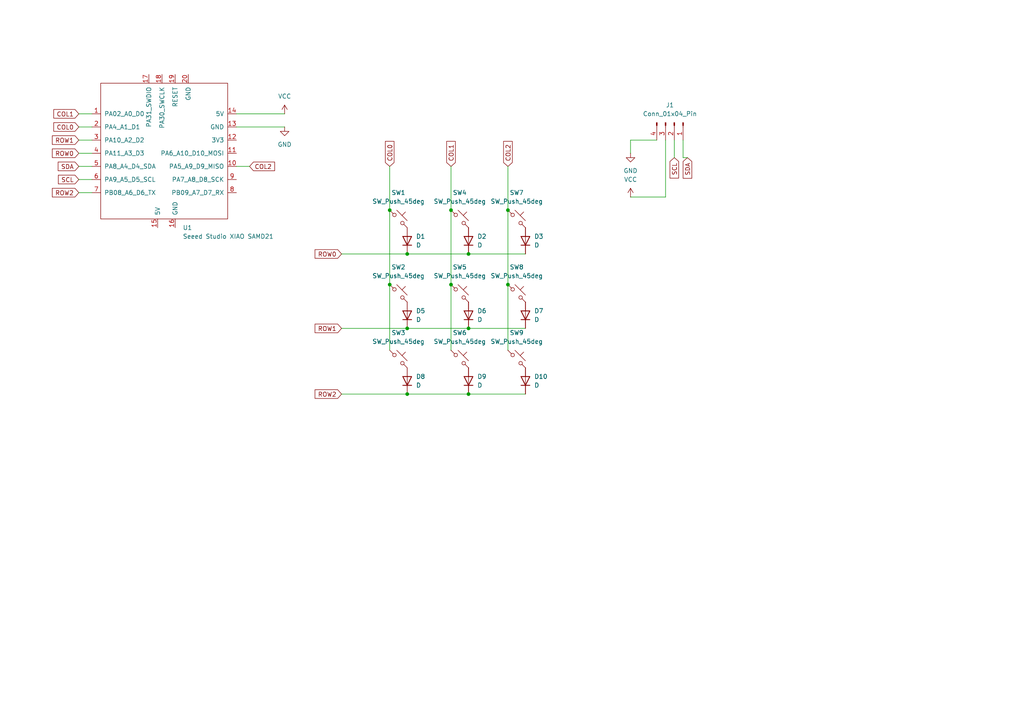
<source format=kicad_sch>
(kicad_sch (version 20231120) (generator "eeschema") (generator_version "8.0")
  (paper "A4")
  (lib_symbols
    (symbol "Connector:Conn_01x04_Pin" (pin_names (offset 1.016) hide)
      (property "Reference" "J" (at 0 5.08 0))
      (property "Value" "Conn_01x04_Pin" (at 0 -7.62 0))
      (symbol "Conn_01x04_Pin_1_1"
        (polyline (pts (xy 1.27 -5.08) (xy 0.8636 -5.08)) (stroke (width 0.1524)))
        (polyline (pts (xy 1.27 -2.54) (xy 0.8636 -2.54)) (stroke (width 0.1524)))
        (polyline (pts (xy 1.27 0) (xy 0.8636 0)) (stroke (width 0.1524)))
        (polyline (pts (xy 1.27 2.54) (xy 0.8636 2.54)) (stroke (width 0.1524)))
        (rectangle (start 0.8636 -4.953) (end 0 -5.207) (stroke (width 0.1524)) (fill (type outline)))
        (rectangle (start 0.8636 -2.413) (end 0 -2.667) (stroke (width 0.1524)) (fill (type outline)))
        (rectangle (start 0.8636 0.127) (end 0 -0.127) (stroke (width 0.1524)) (fill (type outline)))
        (rectangle (start 0.8636 2.667) (end 0 2.413) (stroke (width 0.1524)) (fill (type outline)))
        (pin passive line (at 5.08 2.54 180) (length 3.81) (name "Pin_1") (number "1"))
        (pin passive line (at 5.08 0 180) (length 3.81) (name "Pin_2") (number "2"))
        (pin passive line (at 5.08 -2.54 180) (length 3.81) (name "Pin_3") (number "3"))
        (pin passive line (at 5.08 -5.08 180) (length 3.81) (name "Pin_4") (number "4"))
      )
    )
    (symbol "Device:D" (pin_numbers hide) (pin_names (offset 1.016) hide)
      (property "Reference" "D" (at 0 2.54 0))
      (property "Value" "D" (at 0 -2.54 0))
      (symbol "D_0_1"
        (polyline (pts (xy -1.27 1.27) (xy -1.27 -1.27)) (stroke (width 0.254)))
        (polyline (pts (xy 1.27 0) (xy -1.27 0)))
        (polyline (pts (xy 1.27 1.27) (xy 1.27 -1.27) (xy -1.27 0) (xy 1.27 1.27)) (stroke (width 0.254)))
      )
      (symbol "D_1_1"
        (pin passive line (at -3.81 0 0) (length 2.54) (name "K") (number "1"))
        (pin passive line (at 3.81 0 180) (length 2.54) (name "A") (number "2"))
      )
    )
    (symbol "Seeed_Studio_XIAO_Series:Seeed Studio XIAO SAMD21" (pin_names (offset 1.016))
      (property "Reference" "U" (at -19.05 22.86 0))
      (property "Value" "Seeed Studio XIAO SAMD21" (at -12.7 21.59 0))
      (symbol "Seeed Studio XIAO SAMD21_0_1"
        (rectangle (start -19.05 20.32) (end 17.78 -19.05))
      )
      (symbol "Seeed Studio XIAO SAMD21_1_1"
        (pin unspecified line (at -21.59 11.43 0) (length 2.54) (name "PA02_A0_D0") (number "1"))
        (pin unspecified line (at 20.32 -3.81 180) (length 2.54) (name "PA5_A9_D9_MISO") (number "10"))
        (pin unspecified line (at 20.32 0 180) (length 2.54) (name "PA6_A10_D10_MOSI") (number "11"))
        (pin unspecified line (at 20.32 3.81 180) (length 2.54) (name "3V3") (number "12"))
        (pin unspecified line (at 20.32 7.62 180) (length 2.54) (name "GND") (number "13"))
        (pin unspecified line (at 20.32 11.43 180) (length 2.54) (name "5V") (number "14"))
        (pin input line (at -2.54 -21.59 90) (length 2.54) (name "5V") (number "15"))
        (pin input line (at 2.54 -21.59 90) (length 2.54) (name "GND") (number "16"))
        (pin input line (at -5.08 22.86 270) (length 2.54) (name "PA31_SWDIO") (number "17"))
        (pin input line (at -1.27 22.86 270) (length 2.54) (name "PA30_SWCLK") (number "18"))
        (pin input line (at 2.54 22.86 270) (length 2.54) (name "RESET") (number "19"))
        (pin unspecified line (at -21.59 7.62 0) (length 2.54) (name "PA4_A1_D1") (number "2"))
        (pin input line (at 6.35 22.86 270) (length 2.54) (name "GND") (number "20"))
        (pin unspecified line (at -21.59 3.81 0) (length 2.54) (name "PA10_A2_D2") (number "3"))
        (pin unspecified line (at -21.59 0 0) (length 2.54) (name "PA11_A3_D3") (number "4"))
        (pin unspecified line (at -21.59 -3.81 0) (length 2.54) (name "PA8_A4_D4_SDA") (number "5"))
        (pin unspecified line (at -21.59 -7.62 0) (length 2.54) (name "PA9_A5_D5_SCL") (number "6"))
        (pin unspecified line (at -21.59 -11.43 0) (length 2.54) (name "PB08_A6_D6_TX") (number "7"))
        (pin unspecified line (at 20.32 -11.43 180) (length 2.54) (name "PB09_A7_D7_RX") (number "8"))
        (pin unspecified line (at 20.32 -7.62 180) (length 2.54) (name "PA7_A8_D8_SCK") (number "9"))
      )
    )
    (symbol "Switch:SW_Push_45deg" (pin_numbers hide) (pin_names (offset 1.016) hide)
      (property "Reference" "SW" (at 3.048 1.016 0))
      (property "Value" "SW_Push_45deg" (at 0 -3.81 0))
      (symbol "SW_Push_45deg_0_1"
        (circle (center -1.1684 1.1684) (radius 0.508))
        (polyline (pts (xy -0.508 2.54) (xy 2.54 -0.508)))
        (polyline (pts (xy 1.016 1.016) (xy 2.032 2.032)))
        (polyline (pts (xy -2.54 2.54) (xy -1.524 1.524) (xy -1.524 1.524)))
        (polyline (pts (xy 1.524 -1.524) (xy 2.54 -2.54) (xy 2.54 -2.54) (xy 2.54 -2.54)))
        (circle (center 1.143 -1.1938) (radius 0.508))
        (pin passive line (at -2.54 2.54 0) (length 0) (name "1") (number "1"))
        (pin passive line (at 2.54 -2.54 180) (length 0) (name "2") (number "2"))
      )
    )
    (symbol "power:GND" (power) (pin_numbers hide) (pin_names (offset 0) hide)
      (property "Value" "GND" (at 0 -3.81 0))
      (symbol "GND_0_1"
        (polyline (pts (xy 0 0) (xy 0 -1.27) (xy 1.27 -1.27) (xy 0 -2.54) (xy -1.27 -1.27) (xy 0 -1.27)))
      )
      (symbol "GND_1_1"
        (pin power_in line (at 0 0 270) (length 0) (name "~") (number "1"))
      )
    )
    (symbol "power:VCC" (power) (pin_numbers hide) (pin_names (offset 0) hide)
      (property "Value" "VCC" (at 0 3.556 0))
      (symbol "VCC_0_1"
        (polyline (pts (xy -0.762 1.27) (xy 0 2.54)))
        (polyline (pts (xy 0 0) (xy 0 2.54)))
        (polyline (pts (xy 0 2.54) (xy 0.762 1.27)))
      )
      (symbol "VCC_1_1"
        (pin power_in line (at 0 0 90) (length 0) (name "~") (number "1"))
      )
    )
  )
  (junction (at 118.11 73.66))
  (junction (at 135.89 73.66))
  (junction (at 130.81 60.96))
  (junction (at 147.32 82.55))
  (junction (at 135.89 95.25))
  (junction (at 135.89 114.3))
  (junction (at 118.11 114.3))
  (junction (at 113.03 60.96))
  (junction (at 130.81 82.55))
  (junction (at 147.32 60.96))
  (junction (at 118.11 95.25))
  (junction (at 113.03 82.55))
  (wire (pts (xy 113.03 60.96) (xy 113.03 82.55)))
  (wire (pts (xy 22.86 48.26) (xy 26.67 48.26)))
  (wire (pts (xy 99.06 95.25) (xy 118.11 95.25)))
  (wire (pts (xy 68.58 36.83) (xy 82.55 36.83)))
  (wire (pts (xy 135.89 114.3) (xy 152.4 114.3)))
  (wire (pts (xy 22.86 40.64) (xy 26.67 40.64)))
  (wire (pts (xy 22.86 36.83) (xy 26.67 36.83)))
  (wire (pts (xy 99.06 114.3) (xy 118.11 114.3)))
  (wire (pts (xy 193.04 40.64) (xy 193.04 57.15)))
  (wire (pts (xy 190.5 40.64) (xy 182.88 40.64)))
  (wire (pts (xy 118.11 73.66) (xy 135.89 73.66)))
  (wire (pts (xy 198.12 40.64) (xy 198.12 45.72)))
  (wire (pts (xy 130.81 60.96) (xy 130.81 82.55)))
  (wire (pts (xy 182.88 40.64) (xy 182.88 44.45)))
  (wire (pts (xy 22.86 55.88) (xy 26.67 55.88)))
  (wire (pts (xy 135.89 73.66) (xy 152.4 73.66)))
  (wire (pts (xy 68.58 48.26) (xy 72.39 48.26)))
  (wire (pts (xy 135.89 95.25) (xy 152.4 95.25)))
  (wire (pts (xy 22.86 44.45) (xy 26.67 44.45)))
  (wire (pts (xy 147.32 60.96) (xy 147.32 82.55)))
  (wire (pts (xy 130.81 82.55) (xy 130.81 101.6)))
  (wire (pts (xy 147.32 48.26) (xy 147.32 60.96)))
  (wire (pts (xy 193.04 57.15) (xy 182.88 57.15)))
  (wire (pts (xy 113.03 48.26) (xy 113.03 60.96)))
  (wire (pts (xy 195.58 40.64) (xy 195.58 45.72)))
  (wire (pts (xy 198.12 45.72) (xy 199.39 45.72)))
  (wire (pts (xy 118.11 95.25) (xy 135.89 95.25)))
  (wire (pts (xy 118.11 114.3) (xy 135.89 114.3)))
  (wire (pts (xy 22.86 33.02) (xy 26.67 33.02)))
  (wire (pts (xy 68.58 33.02) (xy 82.55 33.02)))
  (wire (pts (xy 113.03 82.55) (xy 113.03 101.6)))
  (wire (pts (xy 22.86 52.07) (xy 26.67 52.07)))
  (wire (pts (xy 99.06 73.66) (xy 118.11 73.66)))
  (wire (pts (xy 130.81 48.26) (xy 130.81 60.96)))
  (wire (pts (xy 147.32 82.55) (xy 147.32 101.6)))
  (global_label "ROW2" (shape input) (at 99.06 114.3 180) (property "Intersheetrefs" "${INTERSHEET_REFS}" (effects (hide yes))))
  (global_label "ROW0" (shape input) (at 22.86 44.45 180) (property "Intersheetrefs" "${INTERSHEET_REFS}" (effects (hide yes))))
  (global_label "COL2" (shape input) (at 147.32 48.26 90) (property "Intersheetrefs" "${INTERSHEET_REFS}" (effects (hide yes))))
  (global_label "COL2" (shape input) (at 72.39 48.26 0) (property "Intersheetrefs" "${INTERSHEET_REFS}" (effects (hide yes))))
  (global_label "ROW2" (shape input) (at 22.86 55.88 180) (property "Intersheetrefs" "${INTERSHEET_REFS}" (effects (hide yes))))
  (global_label "SCL" (shape input) (at 195.58 45.72 270) (property "Intersheetrefs" "${INTERSHEET_REFS}" (effects (hide yes))))
  (global_label "COL1" (shape input) (at 22.86 33.02 180) (property "Intersheetrefs" "${INTERSHEET_REFS}" (effects (hide yes))))
  (global_label "COL0" (shape input) (at 113.03 48.26 90) (property "Intersheetrefs" "${INTERSHEET_REFS}" (effects (hide yes))))
  (global_label "SDA" (shape input) (at 22.86 48.26 180) (property "Intersheetrefs" "${INTERSHEET_REFS}" (effects (hide yes))))
  (global_label "SCL" (shape input) (at 22.86 52.07 180) (property "Intersheetrefs" "${INTERSHEET_REFS}" (effects (hide yes))))
  (global_label "SDA" (shape input) (at 199.39 45.72 270) (property "Intersheetrefs" "${INTERSHEET_REFS}" (effects (hide yes))))
  (global_label "COL0" (shape input) (at 22.86 36.83 180) (property "Intersheetrefs" "${INTERSHEET_REFS}" (effects (hide yes))))
  (global_label "ROW1" (shape input) (at 22.86 40.64 180) (property "Intersheetrefs" "${INTERSHEET_REFS}" (effects (hide yes))))
  (global_label "ROW0" (shape input) (at 99.06 73.66 180) (property "Intersheetrefs" "${INTERSHEET_REFS}" (effects (hide yes))))
  (global_label "ROW1" (shape input) (at 99.06 95.25 180) (property "Intersheetrefs" "${INTERSHEET_REFS}" (effects (hide yes))))
  (global_label "COL1" (shape input) (at 130.81 48.26 90) (property "Intersheetrefs" "${INTERSHEET_REFS}" (effects (hide yes))))
  (symbol (lib_id "Device:D") (at 135.89 91.44 90) (unit 1)
    (property "Reference" "D6" (at 138.43 90.1699 90) (effects (justify right)))
    (property "Value" "D" (at 138.43 92.7099 90) (effects (justify right)))
    (property "Footprint" "Diode_THT:D_DO-35_SOD27_P7.62mm_Horizontal" (effects (hide yes)))
    (property "Description" "Diode" (effects (hide yes)))
    (property "Sim.Device" "D" (effects (hide yes)))
    (property "Sim.Pins" "1=K 2=A" (effects (hide yes)))
  )
  (symbol (lib_id "Device:D") (at 118.11 91.44 90) (unit 1)
    (property "Reference" "D5" (at 120.65 90.1699 90) (effects (justify right)))
    (property "Value" "D" (at 120.65 92.7099 90) (effects (justify right)))
    (property "Footprint" "Diode_THT:D_DO-35_SOD27_P7.62mm_Horizontal" (effects (hide yes)))
    (property "Description" "Diode" (effects (hide yes)))
    (property "Sim.Device" "D" (effects (hide yes)))
    (property "Sim.Pins" "1=K 2=A" (effects (hide yes)))
  )
  (symbol (lib_id "Device:D") (at 152.4 110.49 90) (unit 1)
    (property "Reference" "D10" (at 154.94 109.2199 90) (effects (justify right)))
    (property "Value" "D" (at 154.94 111.7599 90) (effects (justify right)))
    (property "Footprint" "Diode_THT:D_DO-35_SOD27_P7.62mm_Horizontal" (effects (hide yes)))
    (property "Description" "Diode" (effects (hide yes)))
    (property "Sim.Device" "D" (effects (hide yes)))
    (property "Sim.Pins" "1=K 2=A" (effects (hide yes)))
  )
  (symbol (lib_id "Seeed_Studio_XIAO_Series:Seeed Studio XIAO SAMD21") (at 48.26 44.45 0) (unit 1)
    (property "Reference" "U1" (at 52.9941 66.04 0) (effects (justify left)))
    (property "Value" "Seeed Studio XIAO SAMD21" (at 52.9941 68.58 0) (effects (justify left)))
    (property "Footprint" "footprints:XIAO-SAMD21-RP2040" (effects (hide yes)))
  )
  (symbol (lib_id "Connector:Conn_01x04_Pin") (at 195.58 35.56 270) (unit 1)
    (property "Reference" "J1" (at 194.31 30.48 90))
    (property "Value" "Conn_01x04_Pin" (at 194.31 33.02 90))
    (property "Footprint" "Connector_PinHeader_2.54mm:PinHeader_1x04_P2.54mm_Vertical" (effects (hide yes)))
    (property "Description" "Generic connector, single row, 01x04, script generated" (effects (hide yes)))
  )
  (symbol (lib_id "power:GND") (at 182.88 44.45 0) (unit 1)
    (property "Reference" "#PWR04" (effects (hide yes)))
    (property "Value" "GND" (at 182.88 49.53 0))
    (property "Description" "Power symbol creates a global label with name \"GND\" , ground" (effects (hide yes)))
  )
  (symbol (lib_id "Switch:SW_Push_45deg") (at 149.86 63.5 0) (unit 1)
    (property "Reference" "SW7" (at 149.86 55.88 0))
    (property "Value" "SW_Push_45deg" (at 149.86 58.42 0))
    (property "Footprint" "Button_Switch_Keyboard:SW_Cherry_MX_1.00u_PCB" (effects (hide yes)))
    (property "Description" "Push button switch, normally open, two pins, 45° tilted" (effects (hide yes)))
  )
  (symbol (lib_id "Switch:SW_Push_45deg") (at 133.35 85.09 0) (unit 1)
    (property "Reference" "SW5" (at 133.35 77.47 0))
    (property "Value" "SW_Push_45deg" (at 133.35 80.01 0))
    (property "Footprint" "Button_Switch_Keyboard:SW_Cherry_MX_1.00u_PCB" (effects (hide yes)))
    (property "Description" "Push button switch, normally open, two pins, 45° tilted" (effects (hide yes)))
  )
  (symbol (lib_id "Switch:SW_Push_45deg") (at 133.35 63.5 0) (unit 1)
    (property "Reference" "SW4" (at 133.35 55.88 0))
    (property "Value" "SW_Push_45deg" (at 133.35 58.42 0))
    (property "Footprint" "Button_Switch_Keyboard:SW_Cherry_MX_1.00u_PCB" (effects (hide yes)))
    (property "Description" "Push button switch, normally open, two pins, 45° tilted" (effects (hide yes)))
  )
  (symbol (lib_id "power:VCC") (at 182.88 57.15 0) (unit 1)
    (property "Reference" "#PWR03" (effects (hide yes)))
    (property "Value" "VCC" (at 182.88 52.07 0))
    (property "Description" "Power symbol creates a global label with name \"VCC\"" (effects (hide yes)))
  )
  (symbol (lib_id "Device:D") (at 118.11 69.85 90) (unit 1)
    (property "Reference" "D1" (at 120.65 68.5799 90) (effects (justify right)))
    (property "Value" "D" (at 120.65 71.1199 90) (effects (justify right)))
    (property "Footprint" "Diode_THT:D_DO-35_SOD27_P7.62mm_Horizontal" (effects (hide yes)))
    (property "Description" "Diode" (effects (hide yes)))
    (property "Sim.Device" "D" (effects (hide yes)))
    (property "Sim.Pins" "1=K 2=A" (effects (hide yes)))
  )
  (symbol (lib_id "Switch:SW_Push_45deg") (at 115.57 85.09 0) (unit 1)
    (property "Reference" "SW2" (at 115.57 77.47 0))
    (property "Value" "SW_Push_45deg" (at 115.57 80.01 0))
    (property "Footprint" "Button_Switch_Keyboard:SW_Cherry_MX_1.00u_PCB" (effects (hide yes)))
    (property "Description" "Push button switch, normally open, two pins, 45° tilted" (effects (hide yes)))
  )
  (symbol (lib_id "power:GND") (at 82.55 36.83 0) (unit 1)
    (property "Reference" "#PWR02" (effects (hide yes)))
    (property "Value" "GND" (at 82.55 41.91 0))
    (property "Description" "Power symbol creates a global label with name \"GND\" , ground" (effects (hide yes)))
  )
  (symbol (lib_id "power:VCC") (at 82.55 33.02 0) (unit 1)
    (property "Reference" "#PWR01" (effects (hide yes)))
    (property "Value" "VCC" (at 82.55 27.94 0))
    (property "Description" "Power symbol creates a global label with name \"VCC\"" (effects (hide yes)))
  )
  (symbol (lib_id "Switch:SW_Push_45deg") (at 115.57 63.5 0) (unit 1)
    (property "Reference" "SW1" (at 115.57 55.88 0))
    (property "Value" "SW_Push_45deg" (at 115.57 58.42 0))
    (property "Footprint" "Button_Switch_Keyboard:SW_Cherry_MX_1.00u_PCB" (effects (hide yes)))
    (property "Description" "Push button switch, normally open, two pins, 45° tilted" (effects (hide yes)))
  )
  (symbol (lib_id "Device:D") (at 135.89 69.85 90) (unit 1)
    (property "Reference" "D2" (at 138.43 68.5799 90) (effects (justify right)))
    (property "Value" "D" (at 138.43 71.1199 90) (effects (justify right)))
    (property "Footprint" "Diode_THT:D_DO-35_SOD27_P7.62mm_Horizontal" (effects (hide yes)))
    (property "Description" "Diode" (effects (hide yes)))
    (property "Sim.Device" "D" (effects (hide yes)))
    (property "Sim.Pins" "1=K 2=A" (effects (hide yes)))
  )
  (symbol (lib_id "Device:D") (at 135.89 110.49 90) (unit 1)
    (property "Reference" "D9" (at 138.43 109.2199 90) (effects (justify right)))
    (property "Value" "D" (at 138.43 111.7599 90) (effects (justify right)))
    (property "Footprint" "Diode_THT:D_DO-35_SOD27_P7.62mm_Horizontal" (effects (hide yes)))
    (property "Description" "Diode" (effects (hide yes)))
    (property "Sim.Device" "D" (effects (hide yes)))
    (property "Sim.Pins" "1=K 2=A" (effects (hide yes)))
  )
  (symbol (lib_id "Switch:SW_Push_45deg") (at 133.35 104.14 0) (unit 1)
    (property "Reference" "SW6" (at 133.35 96.52 0))
    (property "Value" "SW_Push_45deg" (at 133.35 99.06 0))
    (property "Footprint" "Button_Switch_Keyboard:SW_Cherry_MX_1.00u_PCB" (effects (hide yes)))
    (property "Description" "Push button switch, normally open, two pins, 45° tilted" (effects (hide yes)))
  )
  (symbol (lib_id "Device:D") (at 152.4 91.44 90) (unit 1)
    (property "Reference" "D7" (at 154.94 90.1699 90) (effects (justify right)))
    (property "Value" "D" (at 154.94 92.7099 90) (effects (justify right)))
    (property "Footprint" "Diode_THT:D_DO-35_SOD27_P7.62mm_Horizontal" (effects (hide yes)))
    (property "Description" "Diode" (effects (hide yes)))
    (property "Sim.Device" "D" (effects (hide yes)))
    (property "Sim.Pins" "1=K 2=A" (effects (hide yes)))
  )
  (symbol (lib_id "Switch:SW_Push_45deg") (at 149.86 85.09 0) (unit 1)
    (property "Reference" "SW8" (at 149.86 77.47 0))
    (property "Value" "SW_Push_45deg" (at 149.86 80.01 0))
    (property "Footprint" "Button_Switch_Keyboard:SW_Cherry_MX_1.00u_PCB" (effects (hide yes)))
    (property "Description" "Push button switch, normally open, two pins, 45° tilted" (effects (hide yes)))
  )
  (symbol (lib_id "Switch:SW_Push_45deg") (at 115.57 104.14 0) (unit 1)
    (property "Reference" "SW3" (at 115.57 96.52 0))
    (property "Value" "SW_Push_45deg" (at 115.57 99.06 0))
    (property "Footprint" "Button_Switch_Keyboard:SW_Cherry_MX_1.00u_PCB" (effects (hide yes)))
    (property "Description" "Push button switch, normally open, two pins, 45° tilted" (effects (hide yes)))
  )
  (symbol (lib_id "Switch:SW_Push_45deg") (at 149.86 104.14 0) (unit 1)
    (property "Reference" "SW9" (at 149.86 96.52 0))
    (property "Value" "SW_Push_45deg" (at 149.86 99.06 0))
    (property "Footprint" "Button_Switch_Keyboard:SW_Cherry_MX_1.00u_PCB" (effects (hide yes)))
    (property "Description" "Push button switch, normally open, two pins, 45° tilted" (effects (hide yes)))
  )
  (symbol (lib_id "Device:D") (at 118.11 110.49 90) (unit 1)
    (property "Reference" "D8" (at 120.65 109.2199 90) (effects (justify right)))
    (property "Value" "D" (at 120.65 111.7599 90) (effects (justify right)))
    (property "Footprint" "Diode_THT:D_DO-35_SOD27_P7.62mm_Horizontal" (effects (hide yes)))
    (property "Description" "Diode" (effects (hide yes)))
    (property "Sim.Device" "D" (effects (hide yes)))
    (property "Sim.Pins" "1=K 2=A" (effects (hide yes)))
  )
  (symbol (lib_id "Device:D") (at 152.4 69.85 90) (unit 1)
    (property "Reference" "D3" (at 154.94 68.5799 90) (effects (justify right)))
    (property "Value" "D" (at 154.94 71.1199 90) (effects (justify right)))
    (property "Footprint" "Diode_THT:D_DO-35_SOD27_P7.62mm_Horizontal" (effects (hide yes)))
    (property "Description" "Diode" (effects (hide yes)))
    (property "Sim.Device" "D" (effects (hide yes)))
    (property "Sim.Pins" "1=K 2=A" (effects (hide yes)))
  )
)
</source>
